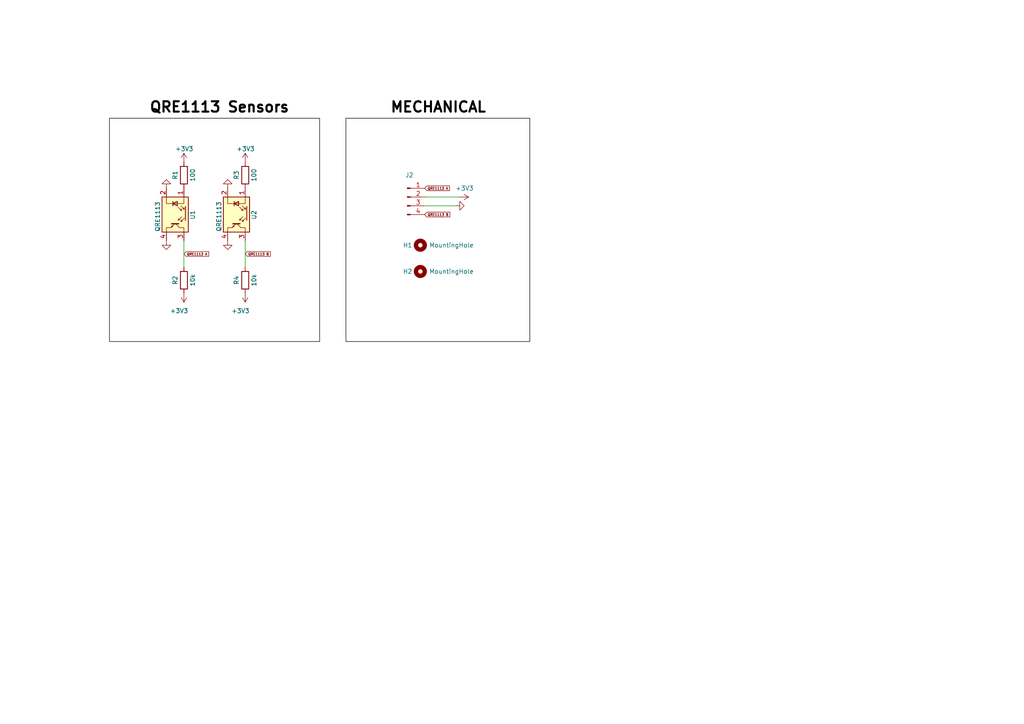
<source format=kicad_sch>
(kicad_sch (version 20230121) (generator eeschema)
  (paper "A4")
  (lib_symbols
    (symbol "Connector:Conn_01x04_Pin" (pin_names (offset 1.016) hide)
      (property "Reference" "J" (at 0 5.08 0))
      (property "Value" "Conn_01x04_Pin" (at 0 -7.62 0))
      (symbol "Conn_01x04_Pin_1_1"
        (polyline (pts (xy 1.27 -5.08) (xy 0.8636 -5.08)) (stroke (width 0.1524)))
        (polyline (pts (xy 1.27 -2.54) (xy 0.8636 -2.54)) (stroke (width 0.1524)))
        (polyline (pts (xy 1.27 0) (xy 0.8636 0)) (stroke (width 0.1524)))
        (polyline (pts (xy 1.27 2.54) (xy 0.8636 2.54)) (stroke (width 0.1524)))
        (rectangle (start 0.8636 -4.953) (end 0 -5.207) (stroke (width 0.1524)) (fill (type outline)))
        (rectangle (start 0.8636 -2.413) (end 0 -2.667) (stroke (width 0.1524)) (fill (type outline)))
        (rectangle (start 0.8636 0.127) (end 0 -0.127) (stroke (width 0.1524)) (fill (type outline)))
        (rectangle (start 0.8636 2.667) (end 0 2.413) (stroke (width 0.1524)) (fill (type outline)))
        (pin passive line (at 5.08 2.54 180) (length 3.81) (name "Pin_1") (number "1"))
        (pin passive line (at 5.08 0 180) (length 3.81) (name "Pin_2") (number "2"))
        (pin passive line (at 5.08 -2.54 180) (length 3.81) (name "Pin_3") (number "3"))
        (pin passive line (at 5.08 -5.08 180) (length 3.81) (name "Pin_4") (number "4"))
      )
    )
    (symbol "Device:R" (pin_numbers hide) (pin_names (offset 0))
      (property "Reference" "R" (at 2.032 0 90))
      (property "Value" "R" (at 0 0 90))
      (symbol "R_0_1"
        (rectangle (start -1.016 -2.54) (end 1.016 2.54) (stroke (width 0.254)))
      )
      (symbol "R_1_1"
        (pin passive line (at 0 3.81 270) (length 1.27) (name "~") (number "1"))
        (pin passive line (at 0 -3.81 90) (length 1.27) (name "~") (number "2"))
      )
    )
    (symbol "GND_1" (power) (pin_names (offset 0))
      (property "Value" "GND_1" (at 0 -3.81 0))
      (symbol "GND_1_0_1"
        (polyline (pts (xy 0 0) (xy 0 -1.27) (xy 1.27 -1.27) (xy 0 -2.54) (xy -1.27 -1.27) (xy 0 -1.27)))
      )
      (symbol "GND_1_1_1"
        (pin power_in line (at 0 0 270) (length 0) hide (name "GND") (number "1"))
      )
    )
    (symbol "Mechanical:MountingHole" (pin_names (offset 1.016))
      (property "Reference" "H" (at 0 5.08 0))
      (property "Value" "MountingHole" (at 0 3.175 0))
      (symbol "MountingHole_0_1"
        (circle (center 0 0) (radius 1.27) (stroke (width 1.27)))
      )
    )
    (symbol "Sensor_Proximity:QRE1113" (pin_names (offset 0.0254) hide)
      (property "Reference" "U" (at -3.81 5.08 0))
      (property "Value" "QRE1113" (at 8.89 5.08 0))
      (symbol "QRE1113_0_1"
        (polyline (pts (xy -3.81 -0.635) (xy -2.54 -0.635)) (stroke (width 0.254)))
        (polyline (pts (xy -2.286 2.921) (xy -2.032 3.175)))
        (polyline (pts (xy -1.778 2.921) (xy -1.524 3.175)))
        (polyline (pts (xy -1.524 2.667) (xy -1.651 2.159)))
        (polyline (pts (xy -1.27 2.921) (xy -1.016 3.175)))
        (polyline (pts (xy -1.143 1.905) (xy -1.27 1.397)))
        (polyline (pts (xy -0.762 2.921) (xy -0.508 3.175)))
        (polyline (pts (xy -0.254 2.921) (xy 0 3.175)))
        (polyline (pts (xy 0.254 2.921) (xy 0.508 3.175)))
        (polyline (pts (xy 0.762 2.921) (xy 1.016 3.175)))
        (polyline (pts (xy 1.27 2.921) (xy 1.524 3.175)))
        (polyline (pts (xy 1.651 0.889) (xy 1.143 1.016)))
        (polyline (pts (xy 1.778 2.921) (xy -2.413 2.921)))
        (polyline (pts (xy 2.032 1.651) (xy 1.524 1.778)))
        (polyline (pts (xy 2.667 -0.127) (xy 3.81 -1.27)))
        (polyline (pts (xy 2.667 0.127) (xy 3.81 1.27)))
        (polyline (pts (xy -2.54 1.651) (xy -1.524 2.667) (xy -2.032 2.54)))
        (polyline (pts (xy -2.159 0.889) (xy -1.143 1.905) (xy -1.651 1.778)))
        (polyline (pts (xy 0.635 1.905) (xy 1.651 0.889) (xy 1.524 1.397)))
        (polyline (pts (xy 1.016 2.667) (xy 2.032 1.651) (xy 1.905 2.159)))
        (polyline (pts (xy 2.667 1.016) (xy 2.667 -1.016) (xy 2.667 -1.016)) (stroke (width 0.3556)))
        (polyline (pts (xy 3.81 -1.27) (xy 3.81 -2.54) (xy 5.08 -2.54)))
        (polyline (pts (xy 3.81 1.27) (xy 3.81 2.54) (xy 5.08 2.54)))
        (polyline (pts (xy -5.08 -2.54) (xy -3.175 -2.54) (xy -3.175 2.54) (xy -5.08 2.54)))
        (polyline (pts (xy -3.175 -0.635) (xy -3.81 0.635) (xy -2.54 0.635) (xy -3.175 -0.635)) (stroke (width 0.254)))
        (polyline (pts (xy 3.683 -1.143) (xy 3.429 -0.635) (xy 3.175 -0.889) (xy 3.683 -1.143)))
        (polyline (pts (xy -5.08 -3.81) (xy 5.08 -3.81) (xy 5.08 3.81) (xy -5.08 3.81) (xy -5.08 -3.81)) (stroke (width 0.254)) (fill (type background)))
      )
      (symbol "QRE1113_1_1"
        (pin passive line (at -7.62 2.54 0) (length 2.54) (name "A") (number "1"))
        (pin passive line (at -7.62 -2.54 0) (length 2.54) (name "K") (number "2"))
        (pin open_collector line (at 7.62 2.54 180) (length 2.54) (name "~") (number "3"))
        (pin open_emitter line (at 7.62 -2.54 180) (length 2.54) (name "~") (number "4"))
      )
    )
    (symbol "power:+3V3" (power) (pin_names (offset 0))
      (property "Value" "+3V3" (at 0 3.556 0))
      (symbol "+3V3_0_1"
        (polyline (pts (xy -0.762 1.27) (xy 0 2.54)))
        (polyline (pts (xy 0 0) (xy 0 2.54)))
        (polyline (pts (xy 0 2.54) (xy 0.762 1.27)))
      )
      (symbol "+3V3_1_1"
        (pin power_in line (at 0 0 90) (length 0) hide (name "+3V3") (number "1"))
      )
    )
  )
  (wire (pts (xy 123.19 57.15) (xy 133.35 57.15)))
  (wire (pts (xy 53.34 69.85) (xy 53.34 77.47)))
  (wire (pts (xy 132.08 59.69) (xy 123.19 59.69)))
  (wire (pts (xy 71.12 69.85) (xy 71.12 77.47)))
  (rectangle (start 100.33 34.29) (end 153.67 99.06) (stroke (width 0) (color 0 0 0 1)))
  (rectangle (start 31.75 34.29) (end 92.71 99.06) (stroke (width 0) (color 0 0 0 1)))
  (text "QRE1113 Sensors" (at 43.18 33.02 0) (effects (font (size 3 3) (thickness 0.6) bold) (justify left bottom)))
  (text "MECHANICAL" (at 113.03 33.02 0) (effects (font (size 3 3) (thickness 0.6) bold) (justify left bottom)))
  (global_label "QRE1113 A" (shape input) (at 123.19 54.61 0) (effects (font (size 0.7 0.7))) (property "Intersheetrefs" "${INTERSHEET_REFS}" (effects hide)))
  (global_label "QRE1113 B" (shape input) (at 71.12 73.66 0) (effects (font (size 0.7 0.7))) (property "Intersheetrefs" "${INTERSHEET_REFS}" (effects hide)))
  (global_label "QRE1113 B" (shape input) (at 123.19 62.23 0) (effects (font (size 0.7 0.7))) (property "Intersheetrefs" "${INTERSHEET_REFS}" (effects hide)))
  (global_label "QRE1113 A" (shape input) (at 53.34 73.66 0) (effects (font (size 0.7 0.7))) (property "Intersheetrefs" "${INTERSHEET_REFS}" (effects hide)))
  (symbol (lib_id "Connector:Conn_01x04_Pin") (at 118.11 57.15 0) (unit 1)
    (property "Reference" "J2" (at 118.745 50.8 0))
    (property "Value" "Conn_01x04_Pin" (effects hide))
    (property "Footprint" "Connector_JST:JST_PH_B4B-PH-SM4-TB_1x04-1MP_P2.00mm_Vertical" (effects hide))
  )
  (symbol (lib_id "Sensor_Proximity:QRE1113") (at 50.8 62.23 270) (unit 1)
    (property "Reference" "U1" (at 55.88 60.96 0) (effects (justify left)))
    (property "Value" "QRE1113" (at 45.72 58.42 0) (effects (justify left)))
    (property "Footprint" "sumec_library:OnSemi_CASE100AQ - QRE1113" (effects hide))
    (property "Datasheet" "http://www.onsemi.com/pub/Collateral/QRE1113-D.PDF" (effects hide))
  )
  (symbol (lib_id "Device:R") (at 71.12 50.8 180) (unit 1)
    (property "Reference" "R3" (at 68.58 50.8 90))
    (property "Value" "100" (at 73.66 50.8 90))
    (property "Footprint" "Resistor_SMD:R_1206_3216Metric_Pad1.30x1.75mm_HandSolder" (effects hide))
  )
  (symbol (lib_name "GND_1") (lib_id "power:GND") (at 48.26 54.61 180) (unit 1)
    (property "Reference" "#PWR01" (effects hide))
    (property "Value" "GND" (effects hide))
  )
  (symbol (lib_name "GND_1") (lib_id "power:GND") (at 48.26 69.85 0) (unit 1)
    (property "Reference" "#PWR02" (effects hide))
    (property "Value" "GND" (effects hide))
  )
  (symbol (lib_name "GND_1") (lib_id "power:GND") (at 66.04 69.85 0) (unit 1)
    (property "Reference" "#PWR06" (effects hide))
    (property "Value" "GND" (effects hide))
  )
  (symbol (lib_id "Mechanical:MountingHole") (at 121.92 78.74 0) (unit 1)
    (property "Reference" "H2" (at 116.84 78.74 0) (effects (justify left)))
    (property "Value" "MountingHole" (at 124.46 78.74 0) (effects (justify left)))
    (property "Footprint" "MountingHole:MountingHole_3.2mm_M3_ISO7380_Pad" (effects hide))
  )
  (symbol (lib_id "Device:R") (at 53.34 81.28 180) (unit 1)
    (property "Reference" "R2" (at 50.8 81.28 90))
    (property "Value" "10k" (at 55.88 81.28 90))
    (property "Footprint" "Resistor_SMD:R_1206_3216Metric_Pad1.30x1.75mm_HandSolder" (effects hide))
  )
  (symbol (lib_id "Mechanical:MountingHole") (at 121.92 71.12 0) (unit 1)
    (property "Reference" "H1" (at 116.84 71.12 0) (effects (justify left)))
    (property "Value" "MountingHole" (at 124.46 71.12 0) (effects (justify left)))
    (property "Footprint" "MountingHole:MountingHole_3.2mm_M3_ISO7380_Pad" (effects hide))
  )
  (symbol (lib_id "Device:R") (at 53.34 50.8 180) (unit 1)
    (property "Reference" "R1" (at 50.8 50.8 90))
    (property "Value" "100" (at 55.88 50.8 90))
    (property "Footprint" "Resistor_SMD:R_1206_3216Metric_Pad1.30x1.75mm_HandSolder" (effects hide))
  )
  (symbol (lib_name "GND_1") (lib_id "power:GND") (at 66.04 54.61 180) (unit 1)
    (property "Reference" "#PWR05" (effects hide))
    (property "Value" "GND" (effects hide))
  )
  (symbol (lib_id "power:+3V3") (at 71.12 46.99 0) (unit 1)
    (property "Reference" "#PWR07" (effects hide))
    (property "Value" "+3V3" (at 68.58 43.18 0) (effects (justify left)))
  )
  (symbol (lib_id "Device:R") (at 71.12 81.28 180) (unit 1)
    (property "Reference" "R4" (at 68.58 81.28 90))
    (property "Value" "10k" (at 73.66 81.28 90))
    (property "Footprint" "Resistor_SMD:R_1206_3216Metric_Pad1.30x1.75mm_HandSolder" (effects hide))
  )
  (symbol (lib_id "Sensor_Proximity:QRE1113") (at 68.58 62.23 270) (unit 1)
    (property "Reference" "U2" (at 73.66 60.96 0) (effects (justify left)))
    (property "Value" "QRE1113" (at 63.5 58.42 0) (effects (justify left)))
    (property "Footprint" "sumec_library:OnSemi_CASE100AQ - QRE1113" (effects hide))
    (property "Datasheet" "http://www.onsemi.com/pub/Collateral/QRE1113-D.PDF" (effects hide))
  )
  (symbol (lib_id "power:+3V3") (at 53.34 46.99 0) (unit 1)
    (property "Reference" "#PWR03" (effects hide))
    (property "Value" "+3V3" (at 50.8 43.18 0) (effects (justify left)))
  )
  (symbol (lib_name "GND_1") (lib_id "power:GND") (at 132.08 59.69 90) (unit 1)
    (property "Reference" "#PWR020" (effects hide))
    (property "Value" "GND" (effects hide))
  )
  (symbol (lib_id "power:+3V3") (at 71.12 85.09 180) (unit 1)
    (property "Reference" "#PWR08" (effects hide))
    (property "Value" "+3V3" (at 72.39 90.17 0) (effects (justify left)))
  )
  (symbol (lib_id "power:+3V3") (at 133.35 57.15 270) (unit 1)
    (property "Reference" "#PWR019" (effects hide))
    (property "Value" "+3V3" (at 132.08 54.61 90) (effects (justify left)))
  )
  (symbol (lib_id "power:+3V3") (at 53.34 85.09 180) (unit 1)
    (property "Reference" "#PWR04" (effects hide))
    (property "Value" "+3V3" (at 54.61 90.17 0) (effects (justify left)))
  )
)
</source>
